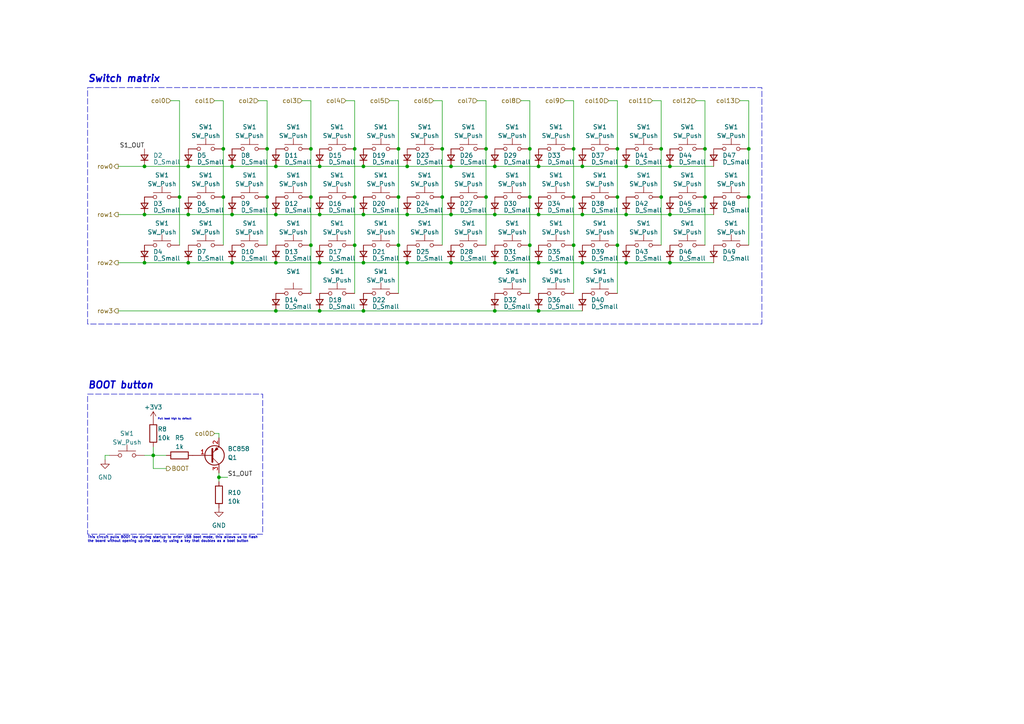
<source format=kicad_sch>
(kicad_sch (version 20230121) (generator eeschema)
  (paper "A4")
  (lib_symbols
    (symbol "Device:D_Small" (pin_numbers hide) (pin_names (offset 0.254) hide)
      (property "Reference" "D" (at -1.27 2.032 0))
      (property "Value" "D_Small" (at -3.81 -2.032 0))
      (symbol "D_Small_0_1"
        (polyline (pts (xy -0.762 -1.016) (xy -0.762 1.016)) (stroke (width 0.254)))
        (polyline (pts (xy -0.762 0) (xy 0.762 0)))
        (polyline (pts (xy 0.762 -1.016) (xy -0.762 0) (xy 0.762 1.016) (xy 0.762 -1.016)) (stroke (width 0.254)))
      )
      (symbol "D_Small_1_1"
        (pin passive line (at -2.54 0 0) (length 1.778) (name "K") (number "1"))
        (pin passive line (at 2.54 0 180) (length 1.778) (name "A") (number "2"))
      )
    )
    (symbol "Device:R" (pin_numbers hide) (pin_names (offset 0))
      (property "Reference" "R" (at 2.032 0 90))
      (property "Value" "R" (at 0 0 90))
      (symbol "R_0_1"
        (rectangle (start -1.016 -2.54) (end 1.016 2.54) (stroke (width 0.254)))
      )
      (symbol "R_1_1"
        (pin passive line (at 0 3.81 270) (length 1.27) (name "~") (number "1"))
        (pin passive line (at 0 -3.81 90) (length 1.27) (name "~") (number "2"))
      )
    )
    (symbol "Switch:SW_Push" (pin_numbers hide) (pin_names (offset 1.016) hide)
      (property "Reference" "SW" (at 1.27 2.54 0))
      (property "Value" "SW_Push" (at 0 -1.524 0))
      (symbol "SW_Push_0_1"
        (circle (center -2.032 0) (radius 0.508))
        (polyline (pts (xy 0 1.27) (xy 0 3.048)))
        (polyline (pts (xy 2.54 1.27) (xy -2.54 1.27)))
        (circle (center 2.032 0) (radius 0.508))
        (pin passive line (at -5.08 0 0) (length 2.54) (name "1") (number "1"))
        (pin passive line (at 5.08 0 180) (length 2.54) (name "2") (number "2"))
      )
    )
    (symbol "Transistor_BJT:BC858" (pin_names (offset 0) hide)
      (property "Reference" "Q" (at 5.08 1.905 0))
      (property "Value" "BC858" (at 5.08 0 0))
      (symbol "BC858_0_1"
        (polyline (pts (xy 0.635 0.635) (xy 2.54 2.54)))
        (polyline (pts (xy 0.635 -0.635) (xy 2.54 -2.54) (xy 2.54 -2.54)))
        (polyline (pts (xy 0.635 1.905) (xy 0.635 -1.905) (xy 0.635 -1.905)) (stroke (width 0.508)))
        (polyline (pts (xy 2.286 -1.778) (xy 1.778 -2.286) (xy 1.27 -1.27) (xy 2.286 -1.778) (xy 2.286 -1.778)) (fill (type outline)))
        (circle (center 1.27 0) (radius 2.8194) (stroke (width 0.254)))
      )
      (symbol "BC858_1_1"
        (pin input line (at -5.08 0 0) (length 5.715) (name "B") (number "1"))
        (pin passive line (at 2.54 -5.08 90) (length 2.54) (name "E") (number "2"))
        (pin passive line (at 2.54 5.08 270) (length 2.54) (name "C") (number "3"))
      )
    )
    (symbol "power:+3V3" (power) (pin_names (offset 0))
      (property "Value" "+3V3" (at 0 3.556 0))
      (symbol "+3V3_0_1"
        (polyline (pts (xy -0.762 1.27) (xy 0 2.54)))
        (polyline (pts (xy 0 0) (xy 0 2.54)))
        (polyline (pts (xy 0 2.54) (xy 0.762 1.27)))
      )
      (symbol "+3V3_1_1"
        (pin power_in line (at 0 0 90) (length 0) hide (name "+3V3") (number "1"))
      )
    )
    (symbol "power:GND" (power) (pin_names (offset 0))
      (property "Value" "GND" (at 0 -3.81 0))
      (symbol "GND_0_1"
        (polyline (pts (xy 0 0) (xy 0 -1.27) (xy 1.27 -1.27) (xy 0 -2.54) (xy -1.27 -1.27) (xy 0 -1.27)))
      )
      (symbol "GND_1_1"
        (pin power_in line (at 0 0 270) (length 0) hide (name "GND") (number "1"))
      )
    )
  )
  (junction (at 52.07 57.15))
  (junction (at 118.11 62.23))
  (junction (at 166.37 71.12))
  (junction (at 194.31 76.2))
  (junction (at 204.47 57.15))
  (junction (at 77.47 43.18))
  (junction (at 204.47 43.18))
  (junction (at 90.17 43.18))
  (junction (at 156.21 90.17))
  (junction (at 105.41 90.17))
  (junction (at 41.91 62.23))
  (junction (at 115.57 71.12))
  (junction (at 54.61 76.2))
  (junction (at 54.61 48.26))
  (junction (at 80.01 48.26))
  (junction (at 194.31 62.23))
  (junction (at 168.91 48.26))
  (junction (at 115.57 43.18))
  (junction (at 191.77 43.18))
  (junction (at 181.61 76.2))
  (junction (at 217.17 43.18))
  (junction (at 166.37 57.15))
  (junction (at 217.17 57.15))
  (junction (at 156.21 48.26))
  (junction (at 143.51 62.23))
  (junction (at 179.07 57.15))
  (junction (at 191.77 57.15))
  (junction (at 115.57 57.15))
  (junction (at 143.51 90.17))
  (junction (at 102.87 57.15))
  (junction (at 102.87 43.18))
  (junction (at 64.77 43.18))
  (junction (at 156.21 76.2))
  (junction (at 67.31 76.2))
  (junction (at 153.67 57.15))
  (junction (at 140.97 57.15))
  (junction (at 44.45 132.08))
  (junction (at 143.51 76.2))
  (junction (at 179.07 71.12))
  (junction (at 90.17 57.15))
  (junction (at 105.41 48.26))
  (junction (at 130.81 76.2))
  (junction (at 143.51 48.26))
  (junction (at 153.67 43.18))
  (junction (at 80.01 90.17))
  (junction (at 128.27 57.15))
  (junction (at 54.61 62.23))
  (junction (at 63.5 138.43))
  (junction (at 80.01 62.23))
  (junction (at 80.01 76.2))
  (junction (at 166.37 43.18))
  (junction (at 92.71 48.26))
  (junction (at 105.41 62.23))
  (junction (at 92.71 76.2))
  (junction (at 105.41 76.2))
  (junction (at 153.67 71.12))
  (junction (at 102.87 71.12))
  (junction (at 41.91 76.2))
  (junction (at 128.27 43.18))
  (junction (at 92.71 90.17))
  (junction (at 156.21 62.23))
  (junction (at 41.91 48.26))
  (junction (at 130.81 48.26))
  (junction (at 67.31 62.23))
  (junction (at 64.77 57.15))
  (junction (at 168.91 76.2))
  (junction (at 140.97 43.18))
  (junction (at 194.31 48.26))
  (junction (at 130.81 62.23))
  (junction (at 179.07 43.18))
  (junction (at 67.31 48.26))
  (junction (at 168.91 62.23))
  (junction (at 181.61 48.26))
  (junction (at 118.11 76.2))
  (junction (at 90.17 71.12))
  (junction (at 77.47 57.15))
  (junction (at 118.11 48.26))
  (junction (at 92.71 62.23))
  (junction (at 181.61 62.23))
  (wire (pts (xy 105.41 76.2) (xy 118.11 76.2)))
  (wire (pts (xy 34.29 90.17) (xy 80.01 90.17)))
  (wire (pts (xy 179.07 29.21) (xy 179.07 43.18)))
  (wire (pts (xy 156.21 90.17) (xy 168.91 90.17)))
  (wire (pts (xy 77.47 29.21) (xy 77.47 43.18)))
  (wire (pts (xy 143.51 90.17) (xy 156.21 90.17)))
  (wire (pts (xy 201.93 29.21) (xy 204.47 29.21)))
  (wire (pts (xy 176.53 29.21) (xy 179.07 29.21)))
  (wire (pts (xy 118.11 62.23) (xy 130.81 62.23)))
  (wire (pts (xy 179.07 43.18) (xy 179.07 57.15)))
  (wire (pts (xy 77.47 57.15) (xy 77.47 71.12)))
  (wire (pts (xy 181.61 48.26) (xy 194.31 48.26)))
  (wire (pts (xy 48.26 135.89) (xy 44.45 135.89)))
  (wire (pts (xy 168.91 76.2) (xy 181.61 76.2)))
  (wire (pts (xy 140.97 29.21) (xy 140.97 43.18)))
  (wire (pts (xy 128.27 57.15) (xy 128.27 71.12)))
  (wire (pts (xy 191.77 57.15) (xy 191.77 71.12)))
  (wire (pts (xy 151.13 29.21) (xy 153.67 29.21)))
  (wire (pts (xy 181.61 62.23) (xy 194.31 62.23)))
  (wire (pts (xy 130.81 48.26) (xy 143.51 48.26)))
  (wire (pts (xy 63.5 137.16) (xy 63.5 138.43)))
  (wire (pts (xy 166.37 29.21) (xy 166.37 43.18)))
  (wire (pts (xy 52.07 29.21) (xy 52.07 57.15)))
  (wire (pts (xy 191.77 43.18) (xy 191.77 57.15)))
  (wire (pts (xy 64.77 43.18) (xy 64.77 57.15)))
  (wire (pts (xy 54.61 76.2) (xy 67.31 76.2)))
  (wire (pts (xy 34.29 76.2) (xy 41.91 76.2)))
  (wire (pts (xy 204.47 43.18) (xy 204.47 57.15)))
  (wire (pts (xy 90.17 71.12) (xy 90.17 85.09)))
  (wire (pts (xy 143.51 76.2) (xy 156.21 76.2)))
  (wire (pts (xy 153.67 57.15) (xy 153.67 71.12)))
  (wire (pts (xy 214.63 29.21) (xy 217.17 29.21)))
  (wire (pts (xy 87.63 29.21) (xy 90.17 29.21)))
  (wire (pts (xy 64.77 29.21) (xy 64.77 43.18)))
  (wire (pts (xy 143.51 62.23) (xy 156.21 62.23)))
  (wire (pts (xy 41.91 132.08) (xy 44.45 132.08)))
  (wire (pts (xy 77.47 43.18) (xy 77.47 57.15)))
  (wire (pts (xy 138.43 29.21) (xy 140.97 29.21)))
  (wire (pts (xy 63.5 138.43) (xy 66.04 138.43)))
  (wire (pts (xy 179.07 71.12) (xy 179.07 85.09)))
  (wire (pts (xy 80.01 90.17) (xy 92.71 90.17)))
  (wire (pts (xy 140.97 57.15) (xy 140.97 71.12)))
  (wire (pts (xy 130.81 76.2) (xy 143.51 76.2)))
  (wire (pts (xy 156.21 76.2) (xy 168.91 76.2)))
  (wire (pts (xy 189.23 29.21) (xy 191.77 29.21)))
  (wire (pts (xy 67.31 62.23) (xy 80.01 62.23)))
  (wire (pts (xy 217.17 43.18) (xy 217.17 57.15)))
  (wire (pts (xy 52.07 57.15) (xy 52.07 71.12)))
  (wire (pts (xy 49.53 29.21) (xy 52.07 29.21)))
  (wire (pts (xy 30.48 132.08) (xy 31.75 132.08)))
  (wire (pts (xy 113.03 29.21) (xy 115.57 29.21)))
  (wire (pts (xy 41.91 76.2) (xy 54.61 76.2)))
  (wire (pts (xy 115.57 57.15) (xy 115.57 71.12)))
  (wire (pts (xy 90.17 29.21) (xy 90.17 43.18)))
  (wire (pts (xy 105.41 62.23) (xy 118.11 62.23)))
  (wire (pts (xy 44.45 129.54) (xy 44.45 132.08)))
  (wire (pts (xy 62.23 29.21) (xy 64.77 29.21)))
  (wire (pts (xy 194.31 48.26) (xy 207.01 48.26)))
  (wire (pts (xy 63.5 125.73) (xy 63.5 127)))
  (wire (pts (xy 90.17 43.18) (xy 90.17 57.15)))
  (wire (pts (xy 41.91 62.23) (xy 54.61 62.23)))
  (wire (pts (xy 64.77 57.15) (xy 64.77 71.12)))
  (wire (pts (xy 92.71 62.23) (xy 105.41 62.23)))
  (wire (pts (xy 90.17 57.15) (xy 90.17 71.12)))
  (wire (pts (xy 80.01 48.26) (xy 92.71 48.26)))
  (wire (pts (xy 168.91 48.26) (xy 181.61 48.26)))
  (wire (pts (xy 67.31 76.2) (xy 80.01 76.2)))
  (wire (pts (xy 63.5 138.43) (xy 63.5 139.7)))
  (wire (pts (xy 118.11 48.26) (xy 130.81 48.26)))
  (wire (pts (xy 153.67 29.21) (xy 153.67 43.18)))
  (wire (pts (xy 102.87 57.15) (xy 102.87 71.12)))
  (wire (pts (xy 194.31 62.23) (xy 207.01 62.23)))
  (wire (pts (xy 80.01 76.2) (xy 92.71 76.2)))
  (wire (pts (xy 163.83 29.21) (xy 166.37 29.21)))
  (wire (pts (xy 30.48 133.35) (xy 30.48 132.08)))
  (wire (pts (xy 92.71 90.17) (xy 105.41 90.17)))
  (wire (pts (xy 100.33 29.21) (xy 102.87 29.21)))
  (wire (pts (xy 166.37 43.18) (xy 166.37 57.15)))
  (wire (pts (xy 41.91 48.26) (xy 54.61 48.26)))
  (wire (pts (xy 92.71 48.26) (xy 105.41 48.26)))
  (wire (pts (xy 166.37 71.12) (xy 166.37 85.09)))
  (wire (pts (xy 44.45 135.89) (xy 44.45 132.08)))
  (wire (pts (xy 54.61 48.26) (xy 67.31 48.26)))
  (wire (pts (xy 217.17 57.15) (xy 217.17 71.12)))
  (wire (pts (xy 130.81 62.23) (xy 143.51 62.23)))
  (wire (pts (xy 54.61 62.23) (xy 67.31 62.23)))
  (wire (pts (xy 102.87 71.12) (xy 102.87 85.09)))
  (wire (pts (xy 67.31 48.26) (xy 80.01 48.26)))
  (wire (pts (xy 125.73 29.21) (xy 128.27 29.21)))
  (wire (pts (xy 44.45 132.08) (xy 48.26 132.08)))
  (wire (pts (xy 115.57 29.21) (xy 115.57 43.18)))
  (wire (pts (xy 166.37 57.15) (xy 166.37 71.12)))
  (wire (pts (xy 140.97 43.18) (xy 140.97 57.15)))
  (wire (pts (xy 115.57 71.12) (xy 115.57 85.09)))
  (wire (pts (xy 105.41 48.26) (xy 118.11 48.26)))
  (wire (pts (xy 168.91 62.23) (xy 181.61 62.23)))
  (wire (pts (xy 118.11 76.2) (xy 130.81 76.2)))
  (wire (pts (xy 34.29 62.23) (xy 41.91 62.23)))
  (wire (pts (xy 102.87 29.21) (xy 102.87 43.18)))
  (wire (pts (xy 156.21 48.26) (xy 168.91 48.26)))
  (wire (pts (xy 41.91 48.26) (xy 34.29 48.26)))
  (wire (pts (xy 204.47 57.15) (xy 204.47 71.12)))
  (wire (pts (xy 102.87 43.18) (xy 102.87 57.15)))
  (wire (pts (xy 153.67 43.18) (xy 153.67 57.15)))
  (wire (pts (xy 74.93 29.21) (xy 77.47 29.21)))
  (wire (pts (xy 128.27 43.18) (xy 128.27 57.15)))
  (wire (pts (xy 115.57 43.18) (xy 115.57 57.15)))
  (wire (pts (xy 156.21 62.23) (xy 168.91 62.23)))
  (wire (pts (xy 62.23 125.73) (xy 63.5 125.73)))
  (wire (pts (xy 128.27 29.21) (xy 128.27 43.18)))
  (wire (pts (xy 181.61 76.2) (xy 194.31 76.2)))
  (wire (pts (xy 92.71 76.2) (xy 105.41 76.2)))
  (wire (pts (xy 217.17 29.21) (xy 217.17 43.18)))
  (wire (pts (xy 179.07 57.15) (xy 179.07 71.12)))
  (wire (pts (xy 194.31 76.2) (xy 207.01 76.2)))
  (wire (pts (xy 80.01 62.23) (xy 92.71 62.23)))
  (wire (pts (xy 153.67 71.12) (xy 153.67 85.09)))
  (wire (pts (xy 143.51 48.26) (xy 156.21 48.26)))
  (wire (pts (xy 105.41 90.17) (xy 143.51 90.17)))
  (wire (pts (xy 191.77 29.21) (xy 191.77 43.18)))
  (wire (pts (xy 204.47 29.21) (xy 204.47 43.18)))
  (rectangle (start 25.4 25.4) (end 220.98 93.98) (stroke (width 0) (type dash)))
  (rectangle (start 25.4 114.3) (end 76.2 154.94) (stroke (width 0) (type dash)))
  (text "BOOT button" (at 25.4 113.03 0) (effects (font (size 2 2) (thickness 0.4) bold italic) (justify left bottom)))
  (text "This circuit pulls BOOT low during startup to enter USB boot mode, this allows us to flash\nthe board without opening up the case, by using a key that doubles as a boot button" (at 25.4 157.48 0) (effects (font (size 0.7 0.7)) (justify left bottom)))
  (text "Pull boot high by default" (at 45.72 121.92 0) (effects (font (size 0.5 0.5)) (justify left bottom)))
  (text "Switch matrix" (at 25.4 24.13 0) (effects (font (size 2 2) (thickness 0.4) bold italic) (justify left bottom)))
  (label "S1_OUT" (at 66.04 138.43 0))
  (label "S1_OUT" (at 41.91 43.18 180))
  (hierarchical_label "col6" (shape input) (at 125.73 29.21 180))
  (hierarchical_label "col12" (shape input) (at 201.93 29.21 180))
  (hierarchical_label "row3" (shape output) (at 34.29 90.17 180))
  (hierarchical_label "col0" (shape input) (at 62.23 125.73 180))
  (hierarchical_label "row2" (shape output) (at 34.29 76.2 180))
  (hierarchical_label "col3" (shape input) (at 87.63 29.21 180))
  (hierarchical_label "col7" (shape input) (at 138.43 29.21 180))
  (hierarchical_label "col8" (shape input) (at 151.13 29.21 180))
  (hierarchical_label "row0" (shape output) (at 34.29 48.26 180))
  (hierarchical_label "col9" (shape input) (at 163.83 29.21 180))
  (hierarchical_label "col10" (shape input) (at 176.53 29.21 180))
  (hierarchical_label "row1" (shape output) (at 34.29 62.23 180))
  (hierarchical_label "col11" (shape input) (at 189.23 29.21 180))
  (hierarchical_label "col0" (shape input) (at 49.53 29.21 180))
  (hierarchical_label "col1" (shape input) (at 62.23 29.21 180))
  (hierarchical_label "col2" (shape input) (at 74.93 29.21 180))
  (hierarchical_label "BOOT" (shape output) (at 48.26 135.89 0))
  (hierarchical_label "col4" (shape input) (at 100.33 29.21 180))
  (hierarchical_label "col5" (shape input) (at 113.03 29.21 180))
  (hierarchical_label "col13" (shape input) (at 214.63 29.21 180))
  (symbol (lib_id "Switch:SW_Push") (at 72.39 43.18 0) (unit 1)
    (property "Reference" "SW1" (at 72.39 36.83 0))
    (property "Value" "SW_Push" (at 72.39 39.37 0))
    (property "Footprint" "local-library:SW_PG1350" (effects hide))
    (instances (project "keyboard" (path "" (reference "SW1") (unit 1)) (path "" (reference "SW7") (unit 1))))
  )
  (symbol (lib_id "Switch:SW_Push") (at 173.99 43.18 0) (unit 1)
    (property "Reference" "SW1" (at 173.99 36.83 0))
    (property "Value" "SW_Push" (at 173.99 39.37 0))
    (property "Footprint" "local-library:SW_PG1350" (effects hide))
    (instances (project "keyboard" (path "" (reference "SW1") (unit 1)) (path "" (reference "SW36") (unit 1))))
  )
  (symbol (lib_id "Switch:SW_Push") (at 161.29 43.18 0) (unit 1)
    (property "Reference" "SW1" (at 161.29 36.83 0))
    (property "Value" "SW_Push" (at 161.29 39.37 0))
    (property "Footprint" "local-library:SW_PG1350" (effects hide))
    (instances (project "keyboard" (path "" (reference "SW1") (unit 1)) (path "" (reference "SW32") (unit 1))))
  )
  (symbol (lib_id "Device:D_Small") (at 168.91 87.63 90) (unit 1)
    (property "Reference" "D40" (at 171.45 86.995 90) (effects (justify right)))
    (property "Value" "D_Small" (at 171.45 88.9 90) (effects (justify right)))
    (property "Footprint" "Diode_SMD:D_SOD-123" (effects hide))
    (property "Sim.Device" "D" (effects hide))
    (property "Sim.Pins" "1=K 2=A" (effects hide))
    (property "LCSC" "C2099" (effects hide))
  )
  (symbol (lib_id "Device:D_Small") (at 92.71 59.69 90) (unit 1)
    (property "Reference" "D16" (at 95.25 59.055 90) (effects (justify right)))
    (property "Value" "D_Small" (at 95.25 60.96 90) (effects (justify right)))
    (property "Footprint" "Diode_SMD:D_SOD-123" (effects hide))
    (property "Sim.Device" "D" (effects hide))
    (property "Sim.Pins" "1=K 2=A" (effects hide))
    (property "LCSC" "C2099" (effects hide))
  )
  (symbol (lib_id "Device:D_Small") (at 41.91 45.72 90) (unit 1)
    (property "Reference" "D2" (at 44.45 45.085 90) (effects (justify right)))
    (property "Value" "D_Small" (at 44.45 46.99 90) (effects (justify right)))
    (property "Footprint" "Diode_SMD:D_SOD-123" (effects hide))
    (property "Sim.Device" "D" (effects hide))
    (property "Sim.Pins" "1=K 2=A" (effects hide))
    (property "LCSC" "C2099" (effects hide))
  )
  (symbol (lib_id "Switch:SW_Push") (at 173.99 71.12 0) (unit 1)
    (property "Reference" "SW1" (at 173.99 64.77 0))
    (property "Value" "SW_Push" (at 173.99 67.31 0))
    (property "Footprint" "local-library:SW_PG1350" (effects hide))
    (instances (project "keyboard" (path "" (reference "SW1") (unit 1)) (path "" (reference "SW38") (unit 1))))
  )
  (symbol (lib_id "Switch:SW_Push") (at 72.39 57.15 0) (unit 1)
    (property "Reference" "SW1" (at 72.39 50.8 0))
    (property "Value" "SW_Push" (at 72.39 53.34 0))
    (property "Footprint" "local-library:SW_PG1350" (effects hide))
    (instances (project "keyboard" (path "" (reference "SW1") (unit 1)) (path "" (reference "SW8") (unit 1))))
  )
  (symbol (lib_id "Device:D_Small") (at 118.11 45.72 90) (unit 1)
    (property "Reference" "D23" (at 120.65 45.085 90) (effects (justify right)))
    (property "Value" "D_Small" (at 120.65 46.99 90) (effects (justify right)))
    (property "Footprint" "Diode_SMD:D_SOD-123" (effects hide))
    (property "Sim.Device" "D" (effects hide))
    (property "Sim.Pins" "1=K 2=A" (effects hide))
    (property "LCSC" "C2099" (effects hide))
  )
  (symbol (lib_id "Device:D_Small") (at 130.81 59.69 90) (unit 1)
    (property "Reference" "D27" (at 133.35 59.055 90) (effects (justify right)))
    (property "Value" "D_Small" (at 133.35 60.96 90) (effects (justify right)))
    (property "Footprint" "Diode_SMD:D_SOD-123" (effects hide))
    (property "Sim.Device" "D" (effects hide))
    (property "Sim.Pins" "1=K 2=A" (effects hide))
    (property "LCSC" "C2099" (effects hide))
  )
  (symbol (lib_id "Switch:SW_Push") (at 46.99 57.15 0) (unit 1)
    (property "Reference" "SW1" (at 46.99 50.8 0))
    (property "Value" "SW_Push" (at 46.99 53.34 0))
    (property "Footprint" "local-library:SW_PG1350" (effects hide))
    (instances (project "keyboard" (path "" (reference "SW1") (unit 1)) (path "" (reference "SW2") (unit 1))))
  )
  (symbol (lib_id "Switch:SW_Push") (at 97.79 85.09 0) (unit 1)
    (property "Reference" "SW1" (at 97.79 78.74 0))
    (property "Value" "SW_Push" (at 97.79 81.28 0))
    (property "Footprint" "local-library:SW_PG1350" (effects hide))
    (instances (project "keyboard" (path "" (reference "SW1") (unit 1)) (path "" (reference "SW17") (unit 1))))
  )
  (symbol (lib_id "Device:R") (at 52.07 132.08 90) (unit 1)
    (property "Reference" "R5" (at 52.07 127 90))
    (property "Value" "1k" (at 52.07 129.54 90))
    (property "Footprint" "Resistor_SMD:R_0603_1608Metric_Pad0.98x0.95mm_HandSolder" (effects hide))
    (instances (project "keyboard" (path "" (reference "R5") (unit 1)) (path "" (reference "R9") (unit 1))))
  )
  (symbol (lib_id "Device:D_Small") (at 92.71 87.63 90) (unit 1)
    (property "Reference" "D18" (at 95.25 86.995 90) (effects (justify right)))
    (property "Value" "D_Small" (at 95.25 88.9 90) (effects (justify right)))
    (property "Footprint" "Diode_SMD:D_SOD-123" (effects hide))
    (property "Sim.Device" "D" (effects hide))
    (property "Sim.Pins" "1=K 2=A" (effects hide))
    (property "LCSC" "C2099" (effects hide))
  )
  (symbol (lib_id "Switch:SW_Push") (at 148.59 71.12 0) (unit 1)
    (property "Reference" "SW1" (at 148.59 64.77 0))
    (property "Value" "SW_Push" (at 148.59 67.31 0))
    (property "Footprint" "local-library:SW_PG1350" (effects hide))
    (instances (project "keyboard" (path "" (reference "SW1") (unit 1)) (path "" (reference "SW30") (unit 1))))
  )
  (symbol (lib_id "Device:D_Small") (at 207.01 73.66 90) (unit 1)
    (property "Reference" "D49" (at 209.55 73.025 90) (effects (justify right)))
    (property "Value" "D_Small" (at 209.55 74.93 90) (effects (justify right)))
    (property "Footprint" "Diode_SMD:D_SOD-123" (effects hide))
    (property "Sim.Device" "D" (effects hide))
    (property "Sim.Pins" "1=K 2=A" (effects hide))
    (property "LCSC" "C2099" (effects hide))
  )
  (symbol (lib_id "Switch:SW_Push") (at 110.49 71.12 0) (unit 1)
    (property "Reference" "SW1" (at 110.49 64.77 0))
    (property "Value" "SW_Push" (at 110.49 67.31 0))
    (property "Footprint" "local-library:SW_PG1350" (effects hide))
    (instances (project "keyboard" (path "" (reference "SW1") (unit 1)) (path "" (reference "SW20") (unit 1))))
  )
  (symbol (lib_id "Switch:SW_Push") (at 173.99 85.09 0) (unit 1)
    (property "Reference" "SW1" (at 173.99 78.74 0))
    (property "Value" "SW_Push" (at 173.99 81.28 0))
    (property "Footprint" "local-library:SW_PG1350" (effects hide))
    (instances (project "keyboard" (path "" (reference "SW1") (unit 1)) (path "" (reference "SW39") (unit 1))))
  )
  (symbol (lib_id "Switch:SW_Push") (at 212.09 43.18 0) (unit 1)
    (property "Reference" "SW1" (at 212.09 36.83 0))
    (property "Value" "SW_Push" (at 212.09 39.37 0))
    (property "Footprint" "local-library:SW_PG1350" (effects hide))
    (instances (project "keyboard" (path "" (reference "SW1") (unit 1)) (path "" (reference "SW46") (unit 1))))
  )
  (symbol (lib_id "Switch:SW_Push") (at 110.49 43.18 0) (unit 1)
    (property "Reference" "SW1" (at 110.49 36.83 0))
    (property "Value" "SW_Push" (at 110.49 39.37 0))
    (property "Footprint" "local-library:SW_PG1350" (effects hide))
    (instances (project "keyboard" (path "" (reference "SW1") (unit 1)) (path "" (reference "SW18") (unit 1))))
  )
  (symbol (lib_id "Device:D_Small") (at 181.61 73.66 90) (unit 1)
    (property "Reference" "D43" (at 184.15 73.025 90) (effects (justify right)))
    (property "Value" "D_Small" (at 184.15 74.93 90) (effects (justify right)))
    (property "Footprint" "Diode_SMD:D_SOD-123" (effects hide))
    (property "Sim.Device" "D" (effects hide))
    (property "Sim.Pins" "1=K 2=A" (effects hide))
    (property "LCSC" "C2099" (effects hide))
  )
  (symbol (lib_id "Device:D_Small") (at 80.01 59.69 90) (unit 1)
    (property "Reference" "D12" (at 82.55 59.055 90) (effects (justify right)))
    (property "Value" "D_Small" (at 82.55 60.96 90) (effects (justify right)))
    (property "Footprint" "Diode_SMD:D_SOD-123" (effects hide))
    (property "Sim.Device" "D" (effects hide))
    (property "Sim.Pins" "1=K 2=A" (effects hide))
    (property "LCSC" "C2099" (effects hide))
  )
  (symbol (lib_id "Device:D_Small") (at 207.01 45.72 90) (unit 1)
    (property "Reference" "D47" (at 209.55 45.085 90) (effects (justify right)))
    (property "Value" "D_Small" (at 209.55 46.99 90) (effects (justify right)))
    (property "Footprint" "Diode_SMD:D_SOD-123" (effects hide))
    (property "Sim.Device" "D" (effects hide))
    (property "Sim.Pins" "1=K 2=A" (effects hide))
    (property "LCSC" "C2099" (effects hide))
  )
  (symbol (lib_id "Device:R") (at 44.45 125.73 0) (unit 1)
    (property "Reference" "R8" (at 45.72 124.46 0) (effects (justify left)))
    (property "Value" "10k" (at 45.72 127 0) (effects (justify left)))
    (property "Footprint" "Resistor_SMD:R_0603_1608Metric_Pad0.98x0.95mm_HandSolder" (effects hide))
  )
  (symbol (lib_id "Device:D_Small") (at 54.61 73.66 90) (unit 1)
    (property "Reference" "D7" (at 57.15 73.025 90) (effects (justify right)))
    (property "Value" "D_Small" (at 57.15 74.93 90) (effects (justify right)))
    (property "Footprint" "Diode_SMD:D_SOD-123" (effects hide))
    (property "Sim.Device" "D" (effects hide))
    (property "Sim.Pins" "1=K 2=A" (effects hide))
    (property "LCSC" "C2099" (effects hide))
  )
  (symbol (lib_id "Device:D_Small") (at 67.31 59.69 90) (unit 1)
    (property "Reference" "D9" (at 69.85 59.055 90) (effects (justify right)))
    (property "Value" "D_Small" (at 69.85 60.96 90) (effects (justify right)))
    (property "Footprint" "Diode_SMD:D_SOD-123" (effects hide))
    (property "Sim.Device" "D" (effects hide))
    (property "Sim.Pins" "1=K 2=A" (effects hide))
    (property "LCSC" "C2099" (effects hide))
  )
  (symbol (lib_id "Device:D_Small") (at 92.71 73.66 90) (unit 1)
    (property "Reference" "D17" (at 95.25 73.025 90) (effects (justify right)))
    (property "Value" "D_Small" (at 95.25 74.93 90) (effects (justify right)))
    (property "Footprint" "Diode_SMD:D_SOD-123" (effects hide))
    (property "Sim.Device" "D" (effects hide))
    (property "Sim.Pins" "1=K 2=A" (effects hide))
    (property "LCSC" "C2099" (effects hide))
  )
  (symbol (lib_id "Switch:SW_Push") (at 85.09 57.15 0) (unit 1)
    (property "Reference" "SW1" (at 85.09 50.8 0))
    (property "Value" "SW_Push" (at 85.09 53.34 0))
    (property "Footprint" "local-library:SW_PG1350" (effects hide))
    (instances (project "keyboard" (path "" (reference "SW1") (unit 1)) (path "" (reference "SW11") (unit 1))))
  )
  (symbol (lib_id "Device:D_Small") (at 194.31 59.69 90) (unit 1)
    (property "Reference" "D45" (at 196.85 59.055 90) (effects (justify right)))
    (property "Value" "D_Small" (at 196.85 60.96 90) (effects (justify right)))
    (property "Footprint" "Diode_SMD:D_SOD-123" (effects hide))
    (property "Sim.Device" "D" (effects hide))
    (property "Sim.Pins" "1=K 2=A" (effects hide))
    (property "LCSC" "C2099" (effects hide))
  )
  (symbol (lib_id "Device:D_Small") (at 168.91 45.72 90) (unit 1)
    (property "Reference" "D37" (at 171.45 45.085 90) (effects (justify right)))
    (property "Value" "D_Small" (at 171.45 46.99 90) (effects (justify right)))
    (property "Footprint" "Diode_SMD:D_SOD-123" (effects hide))
    (property "Sim.Device" "D" (effects hide))
    (property "Sim.Pins" "1=K 2=A" (effects hide))
    (property "LCSC" "C2099" (effects hide))
  )
  (symbol (lib_id "Switch:SW_Push") (at 97.79 71.12 0) (unit 1)
    (property "Reference" "SW1" (at 97.79 64.77 0))
    (property "Value" "SW_Push" (at 97.79 67.31 0))
    (property "Footprint" "local-library:SW_PG1350" (effects hide))
    (instances (project "keyboard" (path "" (reference "SW1") (unit 1)) (path "" (reference "SW16") (unit 1))))
  )
  (symbol (lib_id "Switch:SW_Push") (at 186.69 43.18 0) (unit 1)
    (property "Reference" "SW1" (at 186.69 36.83 0))
    (property "Value" "SW_Push" (at 186.69 39.37 0))
    (property "Footprint" "local-library:SW_PG1350" (effects hide))
    (instances (project "keyboard" (path "" (reference "SW1") (unit 1)) (path "" (reference "SW40") (unit 1))))
  )
  (symbol (lib_id "Device:D_Small") (at 67.31 73.66 90) (unit 1)
    (property "Reference" "D10" (at 69.85 73.025 90) (effects (justify right)))
    (property "Value" "D_Small" (at 69.85 74.93 90) (effects (justify right)))
    (property "Footprint" "Diode_SMD:D_SOD-123" (effects hide))
    (property "Sim.Device" "D" (effects hide))
    (property "Sim.Pins" "1=K 2=A" (effects hide))
    (property "LCSC" "C2099" (effects hide))
  )
  (symbol (lib_id "Switch:SW_Push") (at 110.49 57.15 0) (unit 1)
    (property "Reference" "SW1" (at 110.49 50.8 0))
    (property "Value" "SW_Push" (at 110.49 53.34 0))
    (property "Footprint" "local-library:SW_PG1350" (effects hide))
    (instances (project "keyboard" (path "" (reference "SW1") (unit 1)) (path "" (reference "SW19") (unit 1))))
  )
  (symbol (lib_id "Switch:SW_Push") (at 85.09 43.18 0) (unit 1)
    (property "Reference" "SW1" (at 85.09 36.83 0))
    (property "Value" "SW_Push" (at 85.09 39.37 0))
    (property "Footprint" "local-library:SW_PG1350" (effects hide))
    (instances (project "keyboard" (path "" (reference "SW1") (unit 1)) (path "" (reference "SW10") (unit 1))))
  )
  (symbol (lib_id "Switch:SW_Push") (at 123.19 43.18 0) (unit 1)
    (property "Reference" "SW1" (at 123.19 36.83 0))
    (property "Value" "SW_Push" (at 123.19 39.37 0))
    (property "Footprint" "local-library:SW_PG1350" (effects hide))
    (instances (project "keyboard" (path "" (reference "SW1") (unit 1)) (path "" (reference "SW22") (unit 1))))
  )
  (symbol (lib_id "Switch:SW_Push") (at 186.69 71.12 0) (unit 1)
    (property "Reference" "SW1" (at 186.69 64.77 0))
    (property "Value" "SW_Push" (at 186.69 67.31 0))
    (property "Footprint" "local-library:SW_PG1350" (effects hide))
    (instances (project "keyboard" (path "" (reference "SW1") (unit 1)) (path "" (reference "SW42") (unit 1))))
  )
  (symbol (lib_id "power:GND") (at 30.48 133.35 0) (unit 1)
    (property "Reference" "#PWR022" (effects hide))
    (property "Value" "GND" (at 30.48 138.43 0))
  )
  (symbol (lib_id "Device:D_Small") (at 143.51 59.69 90) (unit 1)
    (property "Reference" "D30" (at 146.05 59.055 90) (effects (justify right)))
    (property "Value" "D_Small" (at 146.05 60.96 90) (effects (justify right)))
    (property "Footprint" "Diode_SMD:D_SOD-123" (effects hide))
    (property "Sim.Device" "D" (effects hide))
    (property "Sim.Pins" "1=K 2=A" (effects hide))
    (property "LCSC" "C2099" (effects hide))
  )
  (symbol (lib_id "Switch:SW_Push") (at 199.39 57.15 0) (unit 1)
    (property "Reference" "SW1" (at 199.39 50.8 0))
    (property "Value" "SW_Push" (at 199.39 53.34 0))
    (property "Footprint" "local-library:SW_PG1350" (effects hide))
    (instances (project "keyboard" (path "" (reference "SW1") (unit 1)) (path "" (reference "SW44") (unit 1))))
  )
  (symbol (lib_id "Switch:SW_Push") (at 199.39 71.12 0) (unit 1)
    (property "Reference" "SW1" (at 199.39 64.77 0))
    (property "Value" "SW_Push" (at 199.39 67.31 0))
    (property "Footprint" "local-library:SW_PG1350" (effects hide))
    (instances (project "keyboard" (path "" (reference "SW1") (unit 1)) (path "" (reference "SW45") (unit 1))))
  )
  (symbol (lib_id "Device:D_Small") (at 54.61 45.72 90) (unit 1)
    (property "Reference" "D5" (at 57.15 45.085 90) (effects (justify right)))
    (property "Value" "D_Small" (at 57.15 46.99 90) (effects (justify right)))
    (property "Footprint" "Diode_SMD:D_SOD-123" (effects hide))
    (property "Sim.Device" "D" (effects hide))
    (property "Sim.Pins" "1=K 2=A" (effects hide))
    (property "LCSC" "C2099" (effects hide))
  )
  (symbol (lib_id "Device:D_Small") (at 194.31 73.66 90) (unit 1)
    (property "Reference" "D46" (at 196.85 73.025 90) (effects (justify right)))
    (property "Value" "D_Small" (at 196.85 74.93 90) (effects (justify right)))
    (property "Footprint" "Diode_SMD:D_SOD-123" (effects hide))
    (property "Sim.Device" "D" (effects hide))
    (property "Sim.Pins" "1=K 2=A" (effects hide))
    (property "LCSC" "C2099" (effects hide))
  )
  (symbol (lib_id "Device:D_Small") (at 143.51 45.72 90) (unit 1)
    (property "Reference" "D29" (at 146.05 45.085 90) (effects (justify right)))
    (property "Value" "D_Small" (at 146.05 46.99 90) (effects (justify right)))
    (property "Footprint" "Diode_SMD:D_SOD-123" (effects hide))
    (property "Sim.Device" "D" (effects hide))
    (property "Sim.Pins" "1=K 2=A" (effects hide))
    (property "LCSC" "C2099" (effects hide))
  )
  (symbol (lib_id "Switch:SW_Push") (at 161.29 57.15 0) (unit 1)
    (property "Reference" "SW1" (at 161.29 50.8 0))
    (property "Value" "SW_Push" (at 161.29 53.34 0))
    (property "Footprint" "local-library:SW_PG1350" (effects hide))
    (instances (project "keyboard" (path "" (reference "SW1") (unit 1)) (path "" (reference "SW33") (unit 1))))
  )
  (symbol (lib_id "Device:D_Small") (at 80.01 87.63 90) (unit 1)
    (property "Reference" "D14" (at 82.55 86.995 90) (effects (justify right)))
    (property "Value" "D_Small" (at 82.55 88.9 90) (effects (justify right)))
    (property "Footprint" "Diode_SMD:D_SOD-123" (effects hide))
    (property "Sim.Device" "D" (effects hide))
    (property "Sim.Pins" "1=K 2=A" (effects hide))
    (property "LCSC" "C2099" (effects hide))
  )
  (symbol (lib_id "Device:D_Small") (at 181.61 59.69 90) (unit 1)
    (property "Reference" "D42" (at 184.15 59.055 90) (effects (justify right)))
    (property "Value" "D_Small" (at 184.15 60.96 90) (effects (justify right)))
    (property "Footprint" "Diode_SMD:D_SOD-123" (effects hide))
    (property "Sim.Device" "D" (effects hide))
    (property "Sim.Pins" "1=K 2=A" (effects hide))
    (property "LCSC" "C2099" (effects hide))
  )
  (symbol (lib_id "Switch:SW_Push") (at 212.09 71.12 0) (unit 1)
    (property "Reference" "SW1" (at 212.09 64.77 0))
    (property "Value" "SW_Push" (at 212.09 67.31 0))
    (property "Footprint" "local-library:SW_PG1350" (effects hide))
    (instances (project "keyboard" (path "" (reference "SW1") (unit 1)) (path "" (reference "SW48") (unit 1))))
  )
  (symbol (lib_id "Switch:SW_Push") (at 97.79 57.15 0) (unit 1)
    (property "Reference" "SW1" (at 97.79 50.8 0))
    (property "Value" "SW_Push" (at 97.79 53.34 0))
    (property "Footprint" "local-library:SW_PG1350" (effects hide))
    (instances (project "keyboard" (path "" (reference "SW1") (unit 1)) (path "" (reference "SW15") (unit 1))))
  )
  (symbol (lib_id "Transistor_BJT:BC858") (at 60.96 132.08 0) (mirror x) (unit 1)
    (property "Reference" "Q1" (at 66.04 132.715 0) (effects (justify left)))
    (property "Value" "BC858" (at 66.04 130.175 0) (effects (justify left)))
    (property "Footprint" "Package_TO_SOT_SMD:SOT-23" (effects hide))
    (property "Datasheet" "https://www.onsemi.com/pub/Collateral/BC860-D.pdf" (effects hide))
    (property "LCSC" "C81569" (effects hide))
  )
  (symbol (lib_id "Device:D_Small") (at 156.21 45.72 90) (unit 1)
    (property "Reference" "D33" (at 158.75 45.085 90) (effects (justify right)))
    (property "Value" "D_Small" (at 158.75 46.99 90) (effects (justify right)))
    (property "Footprint" "Diode_SMD:D_SOD-123" (effects hide))
    (property "Sim.Device" "D" (effects hide))
    (property "Sim.Pins" "1=K 2=A" (effects hide))
    (property "LCSC" "C2099" (effects hide))
  )
  (symbol (lib_id "Device:D_Small") (at 168.91 73.66 90) (unit 1)
    (property "Reference" "D39" (at 171.45 73.025 90) (effects (justify right)))
    (property "Value" "D_Small" (at 171.45 74.93 90) (effects (justify right)))
    (property "Footprint" "Diode_SMD:D_SOD-123" (effects hide))
    (property "Sim.Device" "D" (effects hide))
    (property "Sim.Pins" "1=K 2=A" (effects hide))
    (property "LCSC" "C2099" (effects hide))
  )
  (symbol (lib_id "Switch:SW_Push") (at 135.89 57.15 0) (unit 1)
    (property "Reference" "SW1" (at 135.89 50.8 0))
    (property "Value" "SW_Push" (at 135.89 53.34 0))
    (property "Footprint" "local-library:SW_PG1350" (effects hide))
    (instances (project "keyboard" (path "" (reference "SW1") (unit 1)) (path "" (reference "SW26") (unit 1))))
  )
  (symbol (lib_id "Switch:SW_Push") (at 72.39 71.12 0) (unit 1)
    (property "Reference" "SW1" (at 72.39 64.77 0))
    (property "Value" "SW_Push" (at 72.39 67.31 0))
    (property "Footprint" "local-library:SW_PG1350" (effects hide))
    (instances (project "keyboard" (path "" (reference "SW1") (unit 1)) (path "" (reference "SW9") (unit 1))))
  )
  (symbol (lib_id "Device:D_Small") (at 54.61 59.69 90) (unit 1)
    (property "Reference" "D6" (at 57.15 59.055 90) (effects (justify right)))
    (property "Value" "D_Small" (at 57.15 60.96 90) (effects (justify right)))
    (property "Footprint" "Diode_SMD:D_SOD-123" (effects hide))
    (property "Sim.Device" "D" (effects hide))
    (property "Sim.Pins" "1=K 2=A" (effects hide))
    (property "LCSC" "C2099" (effects hide))
  )
  (symbol (lib_id "Switch:SW_Push") (at 161.29 85.09 0) (unit 1)
    (property "Reference" "SW1" (at 161.29 78.74 0))
    (property "Value" "SW_Push" (at 161.29 81.28 0))
    (property "Footprint" "local-library:SW_PG1350" (effects hide))
    (instances (project "keyboard" (path "" (reference "SW1") (unit 1)) (path "" (reference "SW35") (unit 1))))
  )
  (symbol (lib_id "Switch:SW_Push") (at 148.59 43.18 0) (unit 1)
    (property "Reference" "SW1" (at 148.59 36.83 0))
    (property "Value" "SW_Push" (at 148.59 39.37 0))
    (property "Footprint" "local-library:SW_PG1350" (effects hide))
    (instances (project "keyboard" (path "" (reference "SW1") (unit 1)) (path "" (reference "SW28") (unit 1))))
  )
  (symbol (lib_id "Switch:SW_Push") (at 59.69 43.18 0) (unit 1)
    (property "Reference" "SW1" (at 59.69 36.83 0))
    (property "Value" "SW_Push" (at 59.69 39.37 0))
    (property "Footprint" "local-library:SW_PG1350" (effects hide))
    (instances (project "keyboard" (path "" (reference "SW1") (unit 1)) (path "" (reference "SW4") (unit 1))))
  )
  (symbol (lib_id "power:GND") (at 63.5 147.32 0) (unit 1)
    (property "Reference" "#PWR023" (effects hide))
    (property "Value" "GND" (at 63.5 152.4 0))
  )
  (symbol (lib_id "Device:D_Small") (at 143.51 87.63 90) (unit 1)
    (property "Reference" "D32" (at 146.05 86.995 90) (effects (justify right)))
    (property "Value" "D_Small" (at 146.05 88.9 90) (effects (justify right)))
    (property "Footprint" "Diode_SMD:D_SOD-123" (effects hide))
    (property "Sim.Device" "D" (effects hide))
    (property "Sim.Pins" "1=K 2=A" (effects hide))
    (property "LCSC" "C2099" (effects hide))
  )
  (symbol (lib_id "Device:D_Small") (at 41.91 73.66 90) (unit 1)
    (property "Reference" "D4" (at 44.45 73.025 90) (effects (justify right)))
    (property "Value" "D_Small" (at 44.45 74.93 90) (effects (justify right)))
    (property "Footprint" "Diode_SMD:D_SOD-123" (effects hide))
    (property "Sim.Device" "D" (effects hide))
    (property "Sim.Pins" "1=K 2=A" (effects hide))
    (property "LCSC" "C2099" (effects hide))
  )
  (symbol (lib_id "Device:D_Small") (at 118.11 59.69 90) (unit 1)
    (property "Reference" "D24" (at 120.65 59.055 90) (effects (justify right)))
    (property "Value" "D_Small" (at 120.65 60.96 90) (effects (justify right)))
    (property "Footprint" "Diode_SMD:D_SOD-123" (effects hide))
    (property "Sim.Device" "D" (effects hide))
    (property "Sim.Pins" "1=K 2=A" (effects hide))
    (property "LCSC" "C2099" (effects hide))
  )
  (symbol (lib_id "Switch:SW_Push") (at 123.19 71.12 0) (unit 1)
    (property "Reference" "SW1" (at 123.19 64.77 0))
    (property "Value" "SW_Push" (at 123.19 67.31 0))
    (property "Footprint" "local-library:SW_PG1350" (effects hide))
    (instances (project "keyboard" (path "" (reference "SW1") (unit 1)) (path "" (reference "SW24") (unit 1))))
  )
  (symbol (lib_id "Device:D_Small") (at 130.81 73.66 90) (unit 1)
    (property "Reference" "D28" (at 133.35 73.025 90) (effects (justify right)))
    (property "Value" "D_Small" (at 133.35 74.93 90) (effects (justify right)))
    (property "Footprint" "Diode_SMD:D_SOD-123" (effects hide))
    (property "Sim.Device" "D" (effects hide))
    (property "Sim.Pins" "1=K 2=A" (effects hide))
    (property "LCSC" "C2099" (effects hide))
  )
  (symbol (lib_id "Device:D_Small") (at 143.51 73.66 90) (unit 1)
    (property "Reference" "D31" (at 146.05 73.025 90) (effects (justify right)))
    (property "Value" "D_Small" (at 146.05 74.93 90) (effects (justify right)))
    (property "Footprint" "Diode_SMD:D_SOD-123" (effects hide))
    (property "Sim.Device" "D" (effects hide))
    (property "Sim.Pins" "1=K 2=A" (effects hide))
    (property "LCSC" "C2099" (effects hide))
  )
  (symbol (lib_id "Switch:SW_Push") (at 161.29 71.12 0) (unit 1)
    (property "Reference" "SW1" (at 161.29 64.77 0))
    (property "Value" "SW_Push" (at 161.29 67.31 0))
    (property "Footprint" "local-library:SW_PG1350" (effects hide))
    (instances (project "keyboard" (path "" (reference "SW1") (unit 1)) (path "" (reference "SW34") (unit 1))))
  )
  (symbol (lib_id "Device:D_Small") (at 105.41 59.69 90) (unit 1)
    (property "Reference" "D20" (at 107.95 59.055 90) (effects (justify right)))
    (property "Value" "D_Small" (at 107.95 60.96 90) (effects (justify right)))
    (property "Footprint" "Diode_SMD:D_SOD-123" (effects hide))
    (property "Sim.Device" "D" (effects hide))
    (property "Sim.Pins" "1=K 2=A" (effects hide))
    (property "LCSC" "C2099" (effects hide))
  )
  (symbol (lib_id "Switch:SW_Push") (at 85.09 85.09 0) (unit 1)
    (property "Reference" "SW1" (at 85.09 78.74 0))
    (property "Value" "SW_Push" (effects hide))
    (property "Footprint" "local-library:SW_PG1350" (effects hide))
    (instances (project "keyboard" (path "" (reference "SW1") (unit 1)) (path "" (reference "SW13") (unit 1))))
  )
  (symbol (lib_id "Device:D_Small") (at 168.91 59.69 90) (unit 1)
    (property "Reference" "D38" (at 171.45 59.055 90) (effects (justify right)))
    (property "Value" "D_Small" (at 171.45 60.96 90) (effects (justify right)))
    (property "Footprint" "Diode_SMD:D_SOD-123" (effects hide))
    (property "Sim.Device" "D" (effects hide))
    (property "Sim.Pins" "1=K 2=A" (effects hide))
    (property "LCSC" "C2099" (effects hide))
  )
  (symbol (lib_id "Device:D_Small") (at 156.21 87.63 90) (unit 1)
    (property "Reference" "D36" (at 158.75 86.995 90) (effects (justify right)))
    (property "Value" "D_Small" (at 158.75 88.9 90) (effects (justify right)))
    (property "Footprint" "Diode_SMD:D_SOD-123" (effects hide))
    (property "Sim.Device" "D" (effects hide))
    (property "Sim.Pins" "1=K 2=A" (effects hide))
    (property "LCSC" "C2099" (effects hide))
  )
  (symbol (lib_id "Switch:SW_Push") (at 148.59 57.15 0) (unit 1)
    (property "Reference" "SW1" (at 148.59 50.8 0))
    (property "Value" "SW_Push" (at 148.59 53.34 0))
    (property "Footprint" "local-library:SW_PG1350" (effects hide))
    (instances (project "keyboard" (path "" (reference "SW1") (unit 1)) (path "" (reference "SW29") (unit 1))))
  )
  (symbol (lib_id "Switch:SW_Push") (at 173.99 57.15 0) (unit 1)
    (property "Reference" "SW1" (at 173.99 50.8 0))
    (property "Value" "SW_Push" (at 173.99 53.34 0))
    (property "Footprint" "local-library:SW_PG1350" (effects hide))
    (instances (project "keyboard" (path "" (reference "SW1") (unit 1)) (path "" (reference "SW37") (unit 1))))
  )
  (symbol (lib_id "Device:D_Small") (at 41.91 59.69 90) (unit 1)
    (property "Reference" "D3" (at 44.45 59.055 90) (effects (justify right)))
    (property "Value" "D_Small" (at 44.45 60.96 90) (effects (justify right)))
    (property "Footprint" "Diode_SMD:D_SOD-123" (effects hide))
    (property "Sim.Device" "D" (effects hide))
    (property "Sim.Pins" "1=K 2=A" (effects hide))
    (property "LCSC" "C2099" (effects hide))
  )
  (symbol (lib_id "Switch:SW_Push") (at 97.79 43.18 0) (unit 1)
    (property "Reference" "SW1" (at 97.79 36.83 0))
    (property "Value" "SW_Push" (at 97.79 39.37 0))
    (property "Footprint" "local-library:SW_PG1350" (effects hide))
    (instances (project "keyboard" (path "" (reference "SW1") (unit 1)) (path "" (reference "SW14") (unit 1))))
  )
  (symbol (lib_id "Switch:SW_Push") (at 59.69 71.12 0) (unit 1)
    (property "Reference" "SW1" (at 59.69 64.77 0))
    (property "Value" "SW_Push" (at 59.69 67.31 0))
    (property "Footprint" "local-library:SW_PG1350" (effects hide))
    (instances (project "keyboard" (path "" (reference "SW1") (unit 1)) (path "" (reference "SW6") (unit 1))))
  )
  (symbol (lib_id "Switch:SW_Push") (at 46.99 71.12 0) (unit 1)
    (property "Reference" "SW1" (at 46.99 64.77 0))
    (property "Value" "SW_Push" (at 46.99 67.31 0))
    (property "Footprint" "local-library:SW_PG1350" (effects hide))
    (instances (project "keyboard" (path "" (reference "SW1") (unit 1)) (path "" (reference "SW3") (unit 1))))
  )
  (symbol (lib_id "Switch:SW_Push") (at 59.69 57.15 0) (unit 1)
    (property "Reference" "SW1" (at 59.69 50.8 0))
    (property "Value" "SW_Push" (at 59.69 53.34 0))
    (property "Footprint" "local-library:SW_PG1350" (effects hide))
    (instances (project "keyboard" (path "" (reference "SW1") (unit 1)) (path "" (reference "SW5") (unit 1))))
  )
  (symbol (lib_id "Switch:SW_Push") (at 199.39 43.18 0) (unit 1)
    (property "Reference" "SW1" (at 199.39 36.83 0))
    (property "Value" "SW_Push" (at 199.39 39.37 0))
    (property "Footprint" "local-library:SW_PG1350" (effects hide))
    (instances (project "keyboard" (path "" (reference "SW1") (unit 1)) (path "" (reference "SW43") (unit 1))))
  )
  (symbol (lib_id "Device:D_Small") (at 80.01 73.66 90) (unit 1)
    (property "Reference" "D13" (at 82.55 73.025 90) (effects (justify right)))
    (property "Value" "D_Small" (at 82.55 74.93 90) (effects (justify right)))
    (property "Footprint" "Diode_SMD:D_SOD-123" (effects hide))
    (property "Sim.Device" "D" (effects hide))
    (property "Sim.Pins" "1=K 2=A" (effects hide))
    (property "LCSC" "C2099" (effects hide))
  )
  (symbol (lib_id "Switch:SW_Push") (at 148.59 85.09 0) (unit 1)
    (property "Reference" "SW1" (at 148.59 78.74 0))
    (property "Value" "SW_Push" (at 148.59 81.28 0))
    (property "Footprint" "local-library:SW_PG1350" (effects hide))
    (instances (project "keyboard" (path "" (reference "SW1") (unit 1)) (path "" (reference "SW31") (unit 1))))
  )
  (symbol (lib_id "Switch:SW_Push") (at 123.19 57.15 0) (unit 1)
    (property "Reference" "SW1" (at 123.19 50.8 0))
    (property "Value" "SW_Push" (at 123.19 53.34 0))
    (property "Footprint" "local-library:SW_PG1350" (effects hide))
    (instances (project "keyboard" (path "" (reference "SW1") (unit 1)) (path "" (reference "SW23") (unit 1))))
  )
  (symbol (lib_id "Device:D_Small") (at 207.01 59.69 90) (unit 1)
    (property "Reference" "D48" (at 209.55 59.055 90) (effects (justify right)))
    (property "Value" "D_Small" (at 209.55 60.96 90) (effects (justify right)))
    (property "Footprint" "Diode_SMD:D_SOD-123" (effects hide))
    (property "Sim.Device" "D" (effects hide))
    (property "Sim.Pins" "1=K 2=A" (effects hide))
    (property "LCSC" "C2099" (effects hide))
  )
  (symbol (lib_id "Switch:SW_Push") (at 110.49 85.09 0) (unit 1)
    (property "Reference" "SW1" (at 110.49 78.74 0))
    (property "Value" "SW_Push" (at 110.49 81.28 0))
    (property "Footprint" "local-library:SW_PG1350" (effects hide))
    (instances (project "keyboard" (path "" (reference "SW1") (unit 1)) (path "" (reference "SW21") (unit 1))))
  )
  (symbol (lib_id "Device:D_Small") (at 118.11 73.66 90) (unit 1)
    (property "Reference" "D25" (at 120.65 73.025 90) (effects (justify right)))
    (property "Value" "D_Small" (at 120.65 74.93 90) (effects (justify right)))
    (property "Footprint" "Diode_SMD:D_SOD-123" (effects hide))
    (property "Sim.Device" "D" (effects hide))
    (property "Sim.Pins" "1=K 2=A" (effects hide))
    (property "LCSC" "C2099" (effects hide))
  )
  (symbol (lib_id "Device:D_Small") (at 181.61 45.72 90) (unit 1)
    (property "Reference" "D41" (at 184.15 45.085 90) (effects (justify right)))
    (property "Value" "D_Small" (at 184.15 46.99 90) (effects (justify right)))
    (property "Footprint" "Diode_SMD:D_SOD-123" (effects hide))
    (property "Sim.Device" "D" (effects hide))
    (property "Sim.Pins" "1=K 2=A" (effects hide))
    (property "LCSC" "C2099" (effects hide))
  )
  (symbol (lib_id "Device:D_Small") (at 80.01 45.72 90) (unit 1)
    (property "Reference" "D11" (at 82.55 45.085 90) (effects (justify right)))
    (property "Value" "D_Small" (at 82.55 46.99 90) (effects (justify right)))
    (property "Footprint" "Diode_SMD:D_SOD-123" (effects hide))
    (property "Sim.Device" "D" (effects hide))
    (property "Sim.Pins" "1=K 2=A" (effects hide))
    (property "LCSC" "C2099" (effects hide))
  )
  (symbol (lib_id "Device:D_Small") (at 105.41 45.72 90) (unit 1)
    (property "Reference" "D19" (at 107.95 45.085 90) (effects (justify right)))
    (property "Value" "D_Small" (at 107.95 46.99 90) (effects (justify right)))
    (property "Footprint" "Diode_SMD:D_SOD-123" (effects hide))
    (property "Sim.Device" "D" (effects hide))
    (property "Sim.Pins" "1=K 2=A" (effects hide))
    (property "LCSC" "C2099" (effects hide))
  )
  (symbol (lib_id "Switch:SW_Push") (at 135.89 71.12 0) (unit 1)
    (property "Reference" "SW1" (at 135.89 64.77 0))
    (property "Value" "SW_Push" (at 135.89 67.31 0))
    (property "Footprint" "local-library:SW_PG1350" (effects hide))
    (instances (project "keyboard" (path "" (reference "SW1") (unit 1)) (path "" (reference "SW27") (unit 1))))
  )
  (symbol (lib_id "Device:D_Small") (at 156.21 73.66 90) (unit 1)
    (property "Reference" "D35" (at 158.75 73.025 90) (effects (justify right)))
    (property "Value" "D_Small" (at 158.75 74.93 90) (effects (justify right)))
    (property "Footprint" "Diode_SMD:D_SOD-123" (effects hide))
    (property "Sim.Device" "D" (effects hide))
    (property "Sim.Pins" "1=K 2=A" (effects hide))
    (property "LCSC" "C2099" (effects hide))
  )
  (symbol (lib_id "Switch:SW_Push") (at 36.83 132.08 0) (unit 1)
    (property "Reference" "SW1" (at 36.83 125.73 0))
    (property "Value" "SW_Push" (at 36.83 128.27 0))
    (property "Footprint" "local-library:SW_PG1350" (effects hide))
  )
  (symbol (lib_id "Device:D_Small") (at 194.31 45.72 90) (unit 1)
    (property "Reference" "D44" (at 196.85 45.085 90) (effects (justify right)))
    (property "Value" "D_Small" (at 196.85 46.99 90) (effects (justify right)))
    (property "Footprint" "Diode_SMD:D_SOD-123" (effects hide))
    (property "Sim.Device" "D" (effects hide))
    (property "Sim.Pins" "1=K 2=A" (effects hide))
    (property "LCSC" "C2099" (effects hide))
  )
  (symbol (lib_id "Device:D_Small") (at 92.71 45.72 90) (unit 1)
    (property "Reference" "D15" (at 95.25 45.085 90) (effects (justify right)))
    (property "Value" "D_Small" (at 95.25 46.99 90) (effects (justify right)))
    (property "Footprint" "Diode_SMD:D_SOD-123" (effects hide))
    (property "Sim.Device" "D" (effects hide))
    (property "Sim.Pins" "1=K 2=A" (effects hide))
    (property "LCSC" "C2099" (effects hide))
  )
  (symbol (lib_id "Device:D_Small") (at 130.81 45.72 90) (unit 1)
    (property "Reference" "D26" (at 133.35 45.085 90) (effects (justify right)))
    (property "Value" "D_Small" (at 133.35 46.99 90) (effects (justify right)))
    (property "Footprint" "Diode_SMD:D_SOD-123" (effects hide))
    (property "Sim.Device" "D" (effects hide))
    (property "Sim.Pins" "1=K 2=A" (effects hide))
    (property "LCSC" "C2099" (effects hide))
  )
  (symbol (lib_id "Device:D_Small") (at 105.41 73.66 90) (unit 1)
    (property "Reference" "D21" (at 107.95 73.025 90) (effects (justify right)))
    (property "Value" "D_Small" (at 107.95 74.93 90) (effects (justify right)))
    (property "Footprint" "Diode_SMD:D_SOD-123" (effects hide))
    (property "Sim.Device" "D" (effects hide))
    (property "Sim.Pins" "1=K 2=A" (effects hide))
    (property "LCSC" "C2099" (effects hide))
  )
  (symbol (lib_id "Switch:SW_Push") (at 135.89 43.18 0) (unit 1)
    (property "Reference" "SW1" (at 135.89 36.83 0))
    (property "Value" "SW_Push" (at 135.89 39.37 0))
    (property "Footprint" "local-library:SW_PG1350" (effects hide))
    (instances (project "keyboard" (path "" (reference "SW1") (unit 1)) (path "" (reference "SW25") (unit 1))))
  )
  (symbol (lib_id "Device:D_Small") (at 156.21 59.69 90) (unit 1)
    (property "Reference" "D34" (at 158.75 59.055 90) (effects (justify right)))
    (property "Value" "D_Small" (at 158.75 60.96 90) (effects (justify right)))
    (property "Footprint" "Diode_SMD:D_SOD-123" (effects hide))
    (property "Sim.Device" "D" (effects hide))
    (property "Sim.Pins" "1=K 2=A" (effects hide))
    (property "LCSC" "C2099" (effects hide))
  )
  (symbol (lib_id "Switch:SW_Push") (at 212.09 57.15 0) (unit 1)
    (property "Reference" "SW1" (at 212.09 50.8 0))
    (property "Value" "SW_Push" (at 212.09 53.34 0))
    (property "Footprint" "local-library:SW_PG1350" (effects hide))
    (instances (project "keyboard" (path "" (reference "SW1") (unit 1)) (path "" (reference "SW47") (unit 1))))
  )
  (symbol (lib_id "Switch:SW_Push") (at 85.09 71.12 0) (unit 1)
    (property "Reference" "SW1" (at 85.09 64.77 0))
    (property "Value" "SW_Push" (at 85.09 67.31 0))
    (property "Footprint" "local-library:SW_PG1350" (effects hide))
    (instances (project "keyboard" (path "" (reference "SW1") (unit 1)) (path "" (reference "SW12") (unit 1))))
  )
  (symbol (lib_id "Device:R") (at 63.5 143.51 0) (unit 1)
    (property "Reference" "R10" (at 66.04 142.875 0) (effects (justify left)))
    (property "Value" "10k" (at 66.04 145.415 0) (effects (justify left)))
    (property "Footprint" "Resistor_SMD:R_0603_1608Metric_Pad0.98x0.95mm_HandSolder" (effects hide))
  )
  (symbol (lib_id "Device:D_Small") (at 105.41 87.63 90) (unit 1)
    (property "Reference" "D22" (at 107.95 86.995 90) (effects (justify right)))
    (property "Value" "D_Small" (at 107.95 88.9 90) (effects (justify right)))
    (property "Footprint" "Diode_SMD:D_SOD-123" (effects hide))
    (property "Sim.Device" "D" (effects hide))
    (property "Sim.Pins" "1=K 2=A" (effects hide))
    (property "LCSC" "C2099" (effects hide))
  )
  (symbol (lib_id "Switch:SW_Push") (at 186.69 57.15 0) (unit 1)
    (property "Reference" "SW1" (at 186.69 50.8 0))
    (property "Value" "SW_Push" (at 186.69 53.34 0))
    (property "Footprint" "local-library:SW_PG1350" (effects hide))
    (instances (project "keyboard" (path "" (reference "SW1") (unit 1)) (path "" (reference "SW41") (unit 1))))
  )
  (symbol (lib_id "Device:D_Small") (at 67.31 45.72 90) (unit 1)
    (property "Reference" "D8" (at 69.85 45.085 90) (effects (justify right)))
    (property "Value" "D_Small" (at 69.85 46.99 90) (effects (justify right)))
    (property "Footprint" "Diode_SMD:D_SOD-123" (effects hide))
    (property "Sim.Device" "D" (effects hide))
    (property "Sim.Pins" "1=K 2=A" (effects hide))
    (property "LCSC" "C2099" (effects hide))
  )
  (symbol (lib_id "power:+3V3") (at 44.45 121.92 0) (unit 1)
    (property "Reference" "#PWR024" (effects hide))
    (property "Value" "+3V3" (at 44.45 118.11 0))
  )
)
</source>
